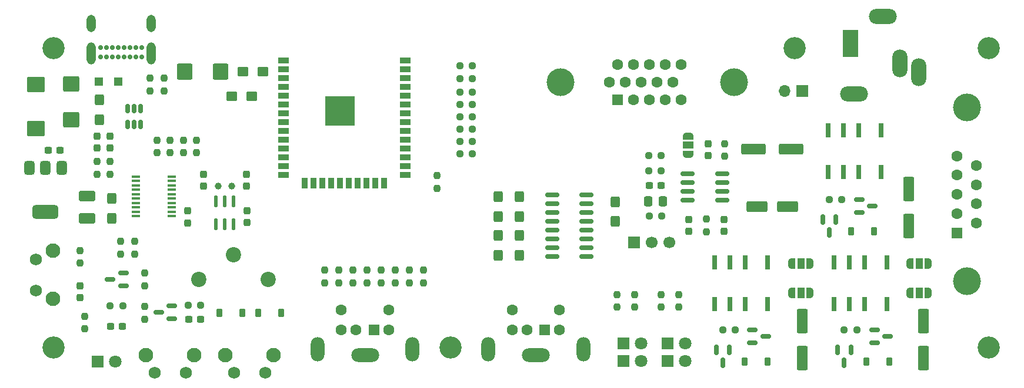
<source format=gts>
%TF.GenerationSoftware,KiCad,Pcbnew,9.0.6*%
%TF.CreationDate,2026-02-27T14:47:49+01:00*%
%TF.ProjectId,nTerm2-S FT231,6e546572-6d32-42d5-9320-46543233312e,0.12*%
%TF.SameCoordinates,Original*%
%TF.FileFunction,Soldermask,Top*%
%TF.FilePolarity,Negative*%
%FSLAX46Y46*%
G04 Gerber Fmt 4.6, Leading zero omitted, Abs format (unit mm)*
G04 Created by KiCad (PCBNEW 9.0.6) date 2026-02-27 14:47:49*
%MOMM*%
%LPD*%
G01*
G04 APERTURE LIST*
G04 Aperture macros list*
%AMRoundRect*
0 Rectangle with rounded corners*
0 $1 Rounding radius*
0 $2 $3 $4 $5 $6 $7 $8 $9 X,Y pos of 4 corners*
0 Add a 4 corners polygon primitive as box body*
4,1,4,$2,$3,$4,$5,$6,$7,$8,$9,$2,$3,0*
0 Add four circle primitives for the rounded corners*
1,1,$1+$1,$2,$3*
1,1,$1+$1,$4,$5*
1,1,$1+$1,$6,$7*
1,1,$1+$1,$8,$9*
0 Add four rect primitives between the rounded corners*
20,1,$1+$1,$2,$3,$4,$5,0*
20,1,$1+$1,$4,$5,$6,$7,0*
20,1,$1+$1,$6,$7,$8,$9,0*
20,1,$1+$1,$8,$9,$2,$3,0*%
%AMFreePoly0*
4,1,23,0.550000,-0.750000,0.000000,-0.750000,0.000000,-0.745722,-0.065263,-0.745722,-0.191342,-0.711940,-0.304381,-0.646677,-0.396677,-0.554381,-0.461940,-0.441342,-0.495722,-0.315263,-0.495722,-0.250000,-0.500000,-0.250000,-0.500000,0.250000,-0.495722,0.250000,-0.495722,0.315263,-0.461940,0.441342,-0.396677,0.554381,-0.304381,0.646677,-0.191342,0.711940,-0.065263,0.745722,0.000000,0.745722,
0.000000,0.750000,0.550000,0.750000,0.550000,-0.750000,0.550000,-0.750000,$1*%
%AMFreePoly1*
4,1,23,0.000000,0.745722,0.065263,0.745722,0.191342,0.711940,0.304381,0.646677,0.396677,0.554381,0.461940,0.441342,0.495722,0.315263,0.495722,0.250000,0.500000,0.250000,0.500000,-0.250000,0.495722,-0.250000,0.495722,-0.315263,0.461940,-0.441342,0.396677,-0.554381,0.304381,-0.646677,0.191342,-0.711940,0.065263,-0.745722,0.000000,-0.745722,0.000000,-0.750000,-0.550000,-0.750000,
-0.550000,0.750000,0.000000,0.750000,0.000000,0.745722,0.000000,0.745722,$1*%
G04 Aperture macros list end*
%ADD10RoundRect,0.237500X-0.237500X0.250000X-0.237500X-0.250000X0.237500X-0.250000X0.237500X0.250000X0*%
%ADD11C,3.200000*%
%ADD12RoundRect,0.237500X-0.250000X-0.237500X0.250000X-0.237500X0.250000X0.237500X-0.250000X0.237500X0*%
%ADD13RoundRect,0.237500X0.237500X-0.250000X0.237500X0.250000X-0.237500X0.250000X-0.237500X-0.250000X0*%
%ADD14FreePoly0,90.000000*%
%ADD15R,1.500000X1.000000*%
%ADD16FreePoly1,90.000000*%
%ADD17RoundRect,0.132500X0.132500X-0.697500X0.132500X0.697500X-0.132500X0.697500X-0.132500X-0.697500X0*%
%ADD18RoundRect,0.225000X-0.225000X-0.375000X0.225000X-0.375000X0.225000X0.375000X-0.225000X0.375000X0*%
%ADD19R,0.700000X2.000000*%
%ADD20C,1.750000*%
%ADD21C,2.100000*%
%ADD22R,1.700000X1.700000*%
%ADD23O,1.700000X1.700000*%
%ADD24R,1.500000X0.900000*%
%ADD25R,0.900000X1.500000*%
%ADD26C,0.600000*%
%ADD27R,4.200000X4.200000*%
%ADD28RoundRect,0.237500X-0.237500X0.300000X-0.237500X-0.300000X0.237500X-0.300000X0.237500X0.300000X0*%
%ADD29R,1.600000X1.600000*%
%ADD30C,1.600000*%
%ADD31O,2.000000X3.500000*%
%ADD32O,4.000000X2.000000*%
%ADD33RoundRect,0.250000X0.550000X-1.500000X0.550000X1.500000X-0.550000X1.500000X-0.550000X-1.500000X0*%
%ADD34RoundRect,0.237500X0.237500X-0.300000X0.237500X0.300000X-0.237500X0.300000X-0.237500X-0.300000X0*%
%ADD35R,1.800000X1.800000*%
%ADD36C,1.800000*%
%ADD37RoundRect,0.150000X-0.825000X-0.150000X0.825000X-0.150000X0.825000X0.150000X-0.825000X0.150000X0*%
%ADD38RoundRect,0.237500X0.250000X0.237500X-0.250000X0.237500X-0.250000X-0.237500X0.250000X-0.237500X0*%
%ADD39RoundRect,0.237500X-0.300000X-0.237500X0.300000X-0.237500X0.300000X0.237500X-0.300000X0.237500X0*%
%ADD40RoundRect,0.250000X-0.425000X0.537500X-0.425000X-0.537500X0.425000X-0.537500X0.425000X0.537500X0*%
%ADD41FreePoly0,0.000000*%
%ADD42R,1.000000X1.500000*%
%ADD43FreePoly1,0.000000*%
%ADD44RoundRect,0.250000X0.425000X-0.537500X0.425000X0.537500X-0.425000X0.537500X-0.425000X-0.537500X0*%
%ADD45RoundRect,0.237500X0.300000X0.237500X-0.300000X0.237500X-0.300000X-0.237500X0.300000X-0.237500X0*%
%ADD46RoundRect,0.225000X0.225000X0.375000X-0.225000X0.375000X-0.225000X-0.375000X0.225000X-0.375000X0*%
%ADD47RoundRect,0.375000X-0.375000X0.625000X-0.375000X-0.625000X0.375000X-0.625000X0.375000X0.625000X0*%
%ADD48RoundRect,0.500000X-1.400000X0.500000X-1.400000X-0.500000X1.400000X-0.500000X1.400000X0.500000X0*%
%ADD49RoundRect,0.250000X0.875000X0.925000X-0.875000X0.925000X-0.875000X-0.925000X0.875000X-0.925000X0*%
%ADD50RoundRect,0.250000X1.025000X-0.875000X1.025000X0.875000X-1.025000X0.875000X-1.025000X-0.875000X0*%
%ADD51RoundRect,0.150000X-0.587500X-0.150000X0.587500X-0.150000X0.587500X0.150000X-0.587500X0.150000X0*%
%ADD52RoundRect,0.150000X-0.150000X0.587500X-0.150000X-0.587500X0.150000X-0.587500X0.150000X0.587500X0*%
%ADD53RoundRect,0.150000X0.587500X0.150000X-0.587500X0.150000X-0.587500X-0.150000X0.587500X-0.150000X0*%
%ADD54C,0.700000*%
%ADD55O,1.300000X3.200000*%
%ADD56O,1.300000X2.500000*%
%ADD57RoundRect,0.250001X0.924999X-0.499999X0.924999X0.499999X-0.924999X0.499999X-0.924999X-0.499999X0*%
%ADD58C,2.200000*%
%ADD59RoundRect,0.150000X0.150000X-0.512500X0.150000X0.512500X-0.150000X0.512500X-0.150000X-0.512500X0*%
%ADD60C,4.000000*%
%ADD61RoundRect,0.250000X-1.250000X-0.550000X1.250000X-0.550000X1.250000X0.550000X-1.250000X0.550000X0*%
%ADD62RoundRect,0.250000X-1.500000X-0.550000X1.500000X-0.550000X1.500000X0.550000X-1.500000X0.550000X0*%
%ADD63C,1.700000*%
%ADD64RoundRect,0.250000X-0.337500X-0.475000X0.337500X-0.475000X0.337500X0.475000X-0.337500X0.475000X0*%
%ADD65RoundRect,0.250000X0.537500X0.425000X-0.537500X0.425000X-0.537500X-0.425000X0.537500X-0.425000X0*%
%ADD66O,2.200000X4.000000*%
%ADD67O,4.000000X2.200000*%
%ADD68R,2.200000X4.000000*%
%ADD69C,1.000000*%
%ADD70RoundRect,0.250000X0.925000X-0.875000X0.925000X0.875000X-0.925000X0.875000X-0.925000X-0.875000X0*%
%ADD71R,1.200000X0.400000*%
%ADD72R,1.200000X1.200000*%
G04 APERTURE END LIST*
D10*
%TO.C,R28*%
X84266000Y-107528500D03*
X84266000Y-109353500D03*
%TD*%
D11*
%TO.C,H4*%
X215076000Y-121498500D03*
%TD*%
D12*
%TO.C,R2*%
X138956000Y-84668500D03*
X140781000Y-84668500D03*
%TD*%
D13*
%TO.C,R26*%
X97282000Y-93472000D03*
X97282000Y-91647000D03*
%TD*%
D12*
%TO.C,R33*%
X176792500Y-118999000D03*
X178617500Y-118999000D03*
%TD*%
D10*
%TO.C,R41*%
X86741000Y-94742000D03*
X86741000Y-96567000D03*
%TD*%
D11*
%TO.C,H1*%
X80456000Y-78318500D03*
%TD*%
D14*
%TO.C,OPT1*%
X171856400Y-93644100D03*
D15*
X171856400Y-92344100D03*
D16*
X171856400Y-91044100D03*
%TD*%
D17*
%TO.C,U4*%
X103820000Y-103797000D03*
X105090000Y-103797000D03*
X106360000Y-103797000D03*
X106360000Y-100417000D03*
X105090000Y-100417000D03*
X103820000Y-100417000D03*
%TD*%
D10*
%TO.C,R18*%
X177088800Y-92140900D03*
X177088800Y-93965900D03*
%TD*%
D18*
%TO.C,D10*%
X179992000Y-123571000D03*
X183292000Y-123571000D03*
%TD*%
D19*
%TO.C,K1*%
X200471000Y-109268500D03*
X197271000Y-109268500D03*
X195071000Y-109268500D03*
X192871000Y-109268500D03*
X192871000Y-115268500D03*
X195071000Y-115268500D03*
X197271000Y-115268500D03*
X200471000Y-115268500D03*
%TD*%
D20*
%TO.C,SW2*%
X99506000Y-125172000D03*
X95006000Y-125172000D03*
D21*
X100756000Y-122682000D03*
X93746000Y-122682000D03*
%TD*%
D22*
%TO.C,J7*%
X188295200Y-84582000D03*
D23*
X185755200Y-84582000D03*
%TD*%
D10*
%TO.C,R17*%
X174436000Y-102997000D03*
X174436000Y-104822000D03*
%TD*%
D24*
%TO.C,U1*%
X113616000Y-80096500D03*
X113616000Y-81366500D03*
X113616000Y-82636500D03*
X113616000Y-83906500D03*
X113616000Y-85176500D03*
X113616000Y-86446500D03*
X113616000Y-87716500D03*
X113616000Y-88986500D03*
X113616000Y-90256500D03*
X113616000Y-91526500D03*
X113616000Y-92796500D03*
X113616000Y-94066500D03*
X113616000Y-95336500D03*
X113616000Y-96606500D03*
D25*
X116656000Y-97856500D03*
X117926000Y-97856500D03*
X119196000Y-97856500D03*
X120466000Y-97856500D03*
X121736000Y-97856500D03*
X123006000Y-97856500D03*
X124276000Y-97856500D03*
X125546000Y-97856500D03*
X126816000Y-97856500D03*
X128086000Y-97856500D03*
D24*
X131116000Y-96606500D03*
X131116000Y-95336500D03*
X131116000Y-94066500D03*
X131116000Y-92796500D03*
X131116000Y-91526500D03*
X131116000Y-90256500D03*
X131116000Y-88986500D03*
X131116000Y-87716500D03*
X131116000Y-86446500D03*
X131116000Y-85176500D03*
X131116000Y-83906500D03*
X131116000Y-82636500D03*
X131116000Y-81366500D03*
X131116000Y-80096500D03*
D26*
X120161000Y-86674000D03*
X120161000Y-88199000D03*
X120923500Y-85911500D03*
X120923500Y-87436500D03*
X120923500Y-88961500D03*
X121686000Y-86674000D03*
D27*
X121686000Y-87436500D03*
D26*
X121686000Y-88199000D03*
X122448500Y-85911500D03*
X122448500Y-87436500D03*
X122448500Y-88961500D03*
X123211000Y-86674000D03*
X123211000Y-88199000D03*
%TD*%
D13*
%TO.C,R14*%
X127635000Y-112188000D03*
X127635000Y-110363000D03*
%TD*%
D20*
%TO.C,SW1*%
X110936000Y-125172000D03*
X106436000Y-125172000D03*
D21*
X112186000Y-122682000D03*
X105176000Y-122682000D03*
%TD*%
D12*
%TO.C,R34*%
X192128500Y-100203000D03*
X193953500Y-100203000D03*
%TD*%
D28*
%TO.C,C6*%
X176976000Y-103047000D03*
X176976000Y-104772000D03*
%TD*%
D29*
%TO.C,J2*%
X126616000Y-118958500D03*
D30*
X124016000Y-118958500D03*
X128716000Y-118958500D03*
X121916000Y-118958500D03*
X128716000Y-116158500D03*
X121916000Y-116158500D03*
D31*
X118466000Y-121808500D03*
D32*
X125316000Y-122608500D03*
D31*
X132166000Y-121808500D03*
%TD*%
D33*
%TO.C,C25*%
X205740000Y-123096000D03*
X205740000Y-117696000D03*
%TD*%
D12*
%TO.C,R4*%
X138956000Y-88224500D03*
X140781000Y-88224500D03*
%TD*%
D34*
%TO.C,C30*%
X86741000Y-92784000D03*
X86741000Y-91059000D03*
%TD*%
D12*
%TO.C,R32*%
X194287500Y-118999000D03*
X196112500Y-118999000D03*
%TD*%
D34*
%TO.C,C29*%
X88646000Y-92784000D03*
X88646000Y-91059000D03*
%TD*%
D33*
%TO.C,C26*%
X188279000Y-123096000D03*
X188279000Y-117696000D03*
%TD*%
D35*
%TO.C,D11*%
X162498000Y-120988500D03*
D36*
X165038000Y-120988500D03*
D35*
X162498000Y-123528500D03*
D36*
X165038000Y-123528500D03*
%TD*%
D10*
%TO.C,R38*%
X170499000Y-113878500D03*
X170499000Y-115703500D03*
%TD*%
D37*
%TO.C,U2*%
X171778499Y-96520000D03*
X171778499Y-97790000D03*
X171778499Y-99060000D03*
X171778499Y-100330000D03*
X176728499Y-100330000D03*
X176728499Y-99060000D03*
X176728499Y-97790000D03*
X176728499Y-96520000D03*
%TD*%
D38*
%TO.C,R8*%
X140781000Y-80858500D03*
X138956000Y-80858500D03*
%TD*%
D39*
%TO.C,C24*%
X79682000Y-93091000D03*
X81407000Y-93091000D03*
%TD*%
D13*
%TO.C,R12*%
X121539000Y-112188000D03*
X121539000Y-110363000D03*
%TD*%
D40*
%TO.C,C10*%
X147574000Y-105369500D03*
X147574000Y-108244500D03*
%TD*%
D41*
%TO.C,OPT3*%
X203775000Y-113665000D03*
D42*
X205075000Y-113665000D03*
D43*
X206375000Y-113665000D03*
%TD*%
D13*
%TO.C,R40*%
X92202000Y-108077000D03*
X92202000Y-106252000D03*
%TD*%
D44*
%TO.C,C14*%
X87045800Y-88671400D03*
X87045800Y-85796400D03*
%TD*%
D35*
%TO.C,D12*%
X168848000Y-120988500D03*
D36*
X171388000Y-120988500D03*
D35*
X168848000Y-123528500D03*
D36*
X171388000Y-123528500D03*
%TD*%
D13*
%TO.C,R29*%
X95377000Y-93472000D03*
X95377000Y-91647000D03*
%TD*%
D41*
%TO.C,OPT2*%
X203775000Y-109474000D03*
D42*
X205075000Y-109474000D03*
D43*
X206375000Y-109474000D03*
%TD*%
D29*
%TO.C,J3*%
X151217000Y-118958500D03*
D30*
X148617000Y-118958500D03*
X153317000Y-118958500D03*
X146517000Y-118958500D03*
X153317000Y-116158500D03*
X146517000Y-116158500D03*
D31*
X143067000Y-121808500D03*
D32*
X149917000Y-122608500D03*
D31*
X156767000Y-121808500D03*
%TD*%
D45*
%TO.C,C16*%
X90424000Y-118491000D03*
X88699000Y-118491000D03*
%TD*%
D46*
%TO.C,D9*%
X107694000Y-116586000D03*
X104394000Y-116586000D03*
%TD*%
D47*
%TO.C,U5*%
X81637500Y-95655850D03*
X79337500Y-95655850D03*
D48*
X79337500Y-101955850D03*
D47*
X77037500Y-95655850D03*
%TD*%
D49*
%TO.C,C18*%
X104498050Y-81788000D03*
X99398050Y-81788000D03*
%TD*%
D12*
%TO.C,R25*%
X88646000Y-115570000D03*
X90471000Y-115570000D03*
%TD*%
D34*
%TO.C,C31*%
X108265000Y-98298000D03*
X108265000Y-96573000D03*
%TD*%
D12*
%TO.C,R20*%
X166143000Y-96052500D03*
X167968000Y-96052500D03*
%TD*%
D37*
%TO.C,U3*%
X152276000Y-99527500D03*
X152276000Y-100797500D03*
X152276000Y-102067500D03*
X152276000Y-103337500D03*
X152276000Y-104607500D03*
X152276000Y-105877500D03*
X152276000Y-107147500D03*
X152276000Y-108417500D03*
X157226000Y-108417500D03*
X157226000Y-107147500D03*
X157226000Y-105877500D03*
X157226000Y-104607500D03*
X157226000Y-103337500D03*
X157226000Y-102067500D03*
X157226000Y-100797500D03*
X157226000Y-99527500D03*
%TD*%
D11*
%TO.C,H3*%
X80456000Y-121498500D03*
%TD*%
D10*
%TO.C,R42*%
X88646000Y-94742000D03*
X88646000Y-96567000D03*
%TD*%
D41*
%TO.C,OPT5*%
X186757000Y-113665000D03*
D42*
X188057000Y-113665000D03*
D43*
X189357000Y-113665000D03*
%TD*%
D11*
%TO.C,H6*%
X137606000Y-121498500D03*
%TD*%
D50*
%TO.C,C23*%
X77901800Y-89966800D03*
X77901800Y-83566800D03*
%TD*%
D40*
%TO.C,C9*%
X144526000Y-105369500D03*
X144526000Y-108244500D03*
%TD*%
D51*
%TO.C,Q5*%
X196438000Y-100183000D03*
X196438000Y-102083000D03*
X198313000Y-101133000D03*
%TD*%
D39*
%TO.C,C15*%
X99949000Y-117475000D03*
X101674000Y-117475000D03*
%TD*%
D19*
%TO.C,K2*%
X183250500Y-109268500D03*
X180050500Y-109268500D03*
X177850500Y-109268500D03*
X175650500Y-109268500D03*
X175650500Y-115268500D03*
X177850500Y-115268500D03*
X180050500Y-115268500D03*
X183250500Y-115268500D03*
%TD*%
D44*
%TO.C,C21*%
X88823800Y-102874800D03*
X88823800Y-99999800D03*
%TD*%
D52*
%TO.C,Q6*%
X195261000Y-121871500D03*
X193361000Y-121871500D03*
X194311000Y-123746500D03*
%TD*%
D53*
%TO.C,Q2*%
X97506000Y-117409000D03*
X97506000Y-115509000D03*
X95631000Y-116459000D03*
%TD*%
D54*
%TO.C,J6*%
X93176000Y-79588500D03*
X92326000Y-79588500D03*
X91476000Y-79588500D03*
X90626000Y-79588500D03*
X89776000Y-79588500D03*
X88926000Y-79588500D03*
X88076000Y-79588500D03*
X87226000Y-79588500D03*
X87226000Y-78238500D03*
X88076000Y-78238500D03*
X88926000Y-78238500D03*
X89776000Y-78238500D03*
X90626000Y-78238500D03*
X91476000Y-78238500D03*
X92326000Y-78238500D03*
X93176000Y-78238500D03*
D55*
X94521000Y-79088500D03*
D56*
X94516000Y-74783500D03*
D55*
X85881000Y-79088500D03*
D56*
X85881000Y-74788500D03*
%TD*%
D13*
%TO.C,R31*%
X101092000Y-93472000D03*
X101092000Y-91647000D03*
%TD*%
D52*
%TO.C,Q7*%
X177766000Y-121871500D03*
X175866000Y-121871500D03*
X176816000Y-123746500D03*
%TD*%
D40*
%TO.C,C12*%
X161355000Y-100503000D03*
X161355000Y-103378000D03*
%TD*%
D28*
%TO.C,C33*%
X108331000Y-101780000D03*
X108331000Y-103505000D03*
%TD*%
D10*
%TO.C,R44*%
X96393000Y-82677000D03*
X96393000Y-84502000D03*
%TD*%
D41*
%TO.C,OPT4*%
X186757000Y-109474000D03*
D42*
X188057000Y-109474000D03*
D43*
X189357000Y-109474000D03*
%TD*%
D57*
%TO.C,C20*%
X85293200Y-102919600D03*
X85293200Y-99669600D03*
%TD*%
D20*
%TO.C,SW3*%
X77916000Y-113298500D03*
X77916000Y-108798500D03*
D21*
X80406000Y-114548500D03*
X80406000Y-107538500D03*
%TD*%
D10*
%TO.C,R39*%
X90170000Y-106252000D03*
X90170000Y-108077000D03*
%TD*%
D34*
%TO.C,C5*%
X174675800Y-93865900D03*
X174675800Y-92140900D03*
%TD*%
D12*
%TO.C,R5*%
X138956000Y-93558500D03*
X140781000Y-93558500D03*
%TD*%
D58*
%TO.C,BAT1*%
X111379000Y-111760000D03*
X106379000Y-108160000D03*
X101379000Y-111760000D03*
%TD*%
D35*
%TO.C,D4*%
X86824750Y-123598500D03*
D36*
X89364750Y-123598500D03*
%TD*%
D59*
%TO.C,U6*%
X91125000Y-89397000D03*
X92075000Y-89397000D03*
X93025000Y-89397000D03*
X93025000Y-87122000D03*
X92075000Y-87122000D03*
X91125000Y-87122000D03*
%TD*%
D60*
%TO.C,J5*%
X211940000Y-111948500D03*
X211940000Y-86948500D03*
D29*
X210520000Y-104988500D03*
D30*
X210520000Y-102218500D03*
X210520000Y-99448500D03*
X210520000Y-96678500D03*
X210520000Y-93908500D03*
X213360000Y-103603500D03*
X213360000Y-100833500D03*
X213360000Y-98063500D03*
X213360000Y-95293500D03*
%TD*%
D61*
%TO.C,C2*%
X181767499Y-101178500D03*
X186167499Y-101178500D03*
%TD*%
D12*
%TO.C,R3*%
X138956000Y-90002500D03*
X140781000Y-90002500D03*
%TD*%
D62*
%TO.C,C1*%
X181267499Y-92923500D03*
X186667499Y-92923500D03*
%TD*%
D40*
%TO.C,C8*%
X144526000Y-99781500D03*
X144526000Y-102656500D03*
%TD*%
D11*
%TO.C,H2*%
X215076000Y-78318500D03*
%TD*%
D60*
%TO.C,J1*%
X178478000Y-83312000D03*
X153478000Y-83312000D03*
D29*
X161663000Y-85852000D03*
D30*
X163953000Y-85852000D03*
X166243000Y-85852000D03*
X168533000Y-85852000D03*
X170823000Y-85852000D03*
X160518000Y-83312000D03*
X162808000Y-83312000D03*
X165098000Y-83312000D03*
X167388000Y-83312000D03*
X169678000Y-83312000D03*
X161663000Y-80772000D03*
X163953000Y-80772000D03*
X166243000Y-80772000D03*
X168533000Y-80772000D03*
X170823000Y-80772000D03*
%TD*%
D38*
%TO.C,R21*%
X167977500Y-93857185D03*
X166152500Y-93857185D03*
%TD*%
D10*
%TO.C,R37*%
X167959000Y-113878500D03*
X167959000Y-115703500D03*
%TD*%
%TO.C,R36*%
X164149000Y-113878500D03*
X164149000Y-115703500D03*
%TD*%
D22*
%TO.C,J8*%
X164084000Y-106426000D03*
D63*
X166624000Y-106426000D03*
X169164000Y-106426000D03*
%TD*%
D13*
%TO.C,R22*%
X93599000Y-112649000D03*
X93599000Y-110824000D03*
%TD*%
D33*
%TO.C,C27*%
X203581000Y-104046000D03*
X203581000Y-98646000D03*
%TD*%
D13*
%TO.C,R15*%
X129667000Y-112188000D03*
X129667000Y-110363000D03*
%TD*%
D39*
%TO.C,C7*%
X166243000Y-98211500D03*
X167968000Y-98211500D03*
%TD*%
D13*
%TO.C,R9*%
X119507000Y-112188000D03*
X119507000Y-110363000D03*
%TD*%
D19*
%TO.C,K3*%
X199604750Y-90225500D03*
X196404750Y-90225500D03*
X194204750Y-90225500D03*
X192004750Y-90225500D03*
X192004750Y-96225500D03*
X194204750Y-96225500D03*
X196404750Y-96225500D03*
X199604750Y-96225500D03*
%TD*%
D34*
%TO.C,C28*%
X99822000Y-103579000D03*
X99822000Y-101854000D03*
%TD*%
D40*
%TO.C,C11*%
X147574000Y-99781500D03*
X147574000Y-102656500D03*
%TD*%
D18*
%TO.C,D6*%
X197487000Y-123571000D03*
X200787000Y-123571000D03*
%TD*%
D64*
%TO.C,C3*%
X166116000Y-100457000D03*
X168191000Y-100457000D03*
%TD*%
D13*
%TO.C,R13*%
X131699000Y-112188000D03*
X131699000Y-110363000D03*
%TD*%
D65*
%TO.C,C19*%
X110617000Y-81788000D03*
X107742000Y-81788000D03*
%TD*%
D66*
%TO.C,J4*%
X205036000Y-81793000D03*
X202336000Y-80593000D03*
D67*
X199836000Y-73793000D03*
D68*
X195236000Y-77693000D03*
D67*
X195736000Y-84993000D03*
%TD*%
D53*
%TO.C,Q1*%
X90521000Y-112649000D03*
X90521000Y-110749000D03*
X88646000Y-111699000D03*
%TD*%
D34*
%TO.C,C4*%
X171896000Y-104772000D03*
X171896000Y-103047000D03*
%TD*%
D69*
%TO.C,Y1*%
X106106000Y-98298000D03*
X104206000Y-98298000D03*
%TD*%
D70*
%TO.C,C13*%
X82996000Y-88656000D03*
X82996000Y-83556000D03*
%TD*%
D71*
%TO.C,U7*%
X97536000Y-102616000D03*
X97536000Y-101981000D03*
X97536000Y-101346000D03*
X97536000Y-100711000D03*
X97536000Y-100076000D03*
X97536000Y-99441000D03*
X97536000Y-98806000D03*
X97536000Y-98171000D03*
X97536000Y-97536000D03*
X97536000Y-96901000D03*
X92336000Y-96901000D03*
X92336000Y-97536000D03*
X92336000Y-98171000D03*
X92336000Y-98806000D03*
X92336000Y-99441000D03*
X92336000Y-100076000D03*
X92336000Y-100711000D03*
X92336000Y-101346000D03*
X92336000Y-101981000D03*
X92336000Y-102616000D03*
%TD*%
D28*
%TO.C,C22*%
X84266000Y-112608500D03*
X84266000Y-114333500D03*
%TD*%
D51*
%TO.C,Q3*%
X198645500Y-118983500D03*
X198645500Y-120883500D03*
X200520500Y-119933500D03*
%TD*%
D13*
%TO.C,R23*%
X93599000Y-117475000D03*
X93599000Y-115650000D03*
%TD*%
D12*
%TO.C,R6*%
X138956000Y-91780500D03*
X140781000Y-91780500D03*
%TD*%
D13*
%TO.C,R43*%
X99187000Y-93472000D03*
X99187000Y-91647000D03*
%TD*%
%TO.C,R27*%
X135701000Y-98558500D03*
X135701000Y-96733500D03*
%TD*%
D10*
%TO.C,R35*%
X161609000Y-113878500D03*
X161609000Y-115703500D03*
%TD*%
%TO.C,R45*%
X94361000Y-82677000D03*
X94361000Y-84502000D03*
%TD*%
D13*
%TO.C,R16*%
X133731000Y-112188000D03*
X133731000Y-110363000D03*
%TD*%
%TO.C,R10*%
X123571000Y-112188000D03*
X123571000Y-110363000D03*
%TD*%
D38*
%TO.C,R7*%
X140781000Y-82763500D03*
X138956000Y-82763500D03*
%TD*%
D72*
%TO.C,D3*%
X89795000Y-83185000D03*
X86995000Y-83185000D03*
%TD*%
D12*
%TO.C,R1*%
X138956000Y-86446500D03*
X140781000Y-86446500D03*
%TD*%
D10*
%TO.C,R30*%
X84963000Y-117047000D03*
X84963000Y-118872000D03*
%TD*%
D12*
%TO.C,R19*%
X166243000Y-102616000D03*
X168068000Y-102616000D03*
%TD*%
D65*
%TO.C,C17*%
X109047000Y-85344000D03*
X106172000Y-85344000D03*
%TD*%
D34*
%TO.C,C32*%
X102042000Y-98298000D03*
X102042000Y-96573000D03*
%TD*%
D52*
%TO.C,Q8*%
X193102000Y-103075500D03*
X191202000Y-103075500D03*
X192152000Y-104950500D03*
%TD*%
D11*
%TO.C,H5*%
X187136000Y-78318500D03*
%TD*%
D12*
%TO.C,R24*%
X99849000Y-115443000D03*
X101674000Y-115443000D03*
%TD*%
D18*
%TO.C,D8*%
X195328000Y-104775000D03*
X198628000Y-104775000D03*
%TD*%
D13*
%TO.C,R11*%
X125603000Y-112188000D03*
X125603000Y-110363000D03*
%TD*%
D18*
%TO.C,D1*%
X109984000Y-116586000D03*
X113284000Y-116586000D03*
%TD*%
D51*
%TO.C,Q4*%
X181102000Y-118958500D03*
X181102000Y-120858500D03*
X182977000Y-119908500D03*
%TD*%
M02*

</source>
